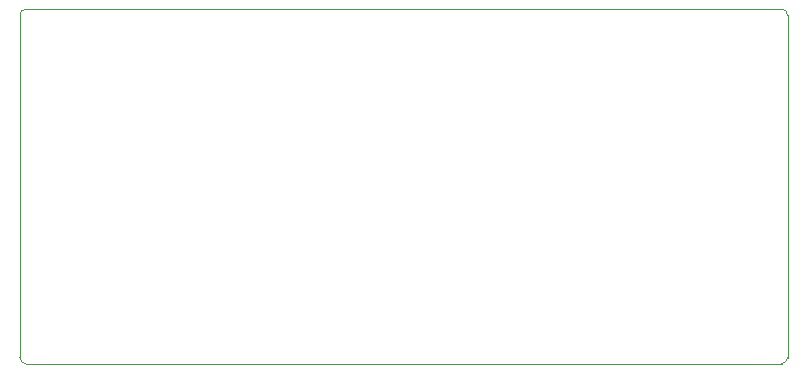
<source format=gm1>
G04*
G04 #@! TF.GenerationSoftware,Altium Limited,Altium Designer,23.3.1 (30)*
G04*
G04 Layer_Color=8508508*
%FSLAX43Y43*%
%MOMM*%
G71*
G04*
G04 #@! TF.SameCoordinates,A4EA7D40-A082-4D09-80F0-C7F5A4317295*
G04*
G04*
G04 #@! TF.FilePolarity,Positive*
G04*
G01*
G75*
%ADD11C,0.100*%
D11*
X0Y500D02*
G03*
X500Y0I500J0D01*
G01*
X64500Y0D02*
G03*
X65000Y500I0J500D01*
G01*
X65000Y29500D02*
G03*
X64500Y30000I-500J0D01*
G01*
X500Y30000D02*
G03*
X0Y29500I0J-500D01*
G01*
X65000Y500D02*
X65000Y29500D01*
X500Y30000D02*
X64500Y30000D01*
X500Y0D02*
X64500Y0D01*
X0Y500D02*
Y29500D01*
M02*

</source>
